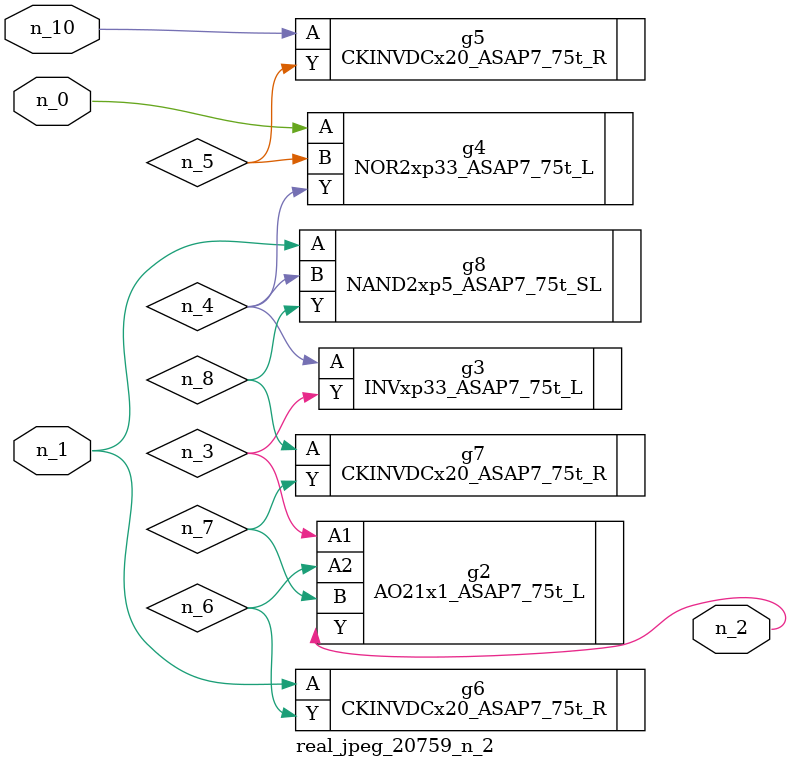
<source format=v>
module real_jpeg_20759_n_2 (n_1, n_10, n_0, n_2);

input n_1;
input n_10;
input n_0;

output n_2;

wire n_5;
wire n_4;
wire n_8;
wire n_6;
wire n_7;
wire n_3;

NOR2xp33_ASAP7_75t_L g4 ( 
.A(n_0),
.B(n_5),
.Y(n_4)
);

CKINVDCx20_ASAP7_75t_R g6 ( 
.A(n_1),
.Y(n_6)
);

NAND2xp5_ASAP7_75t_SL g8 ( 
.A(n_1),
.B(n_4),
.Y(n_8)
);

AO21x1_ASAP7_75t_L g2 ( 
.A1(n_3),
.A2(n_6),
.B(n_7),
.Y(n_2)
);

INVxp33_ASAP7_75t_L g3 ( 
.A(n_4),
.Y(n_3)
);

CKINVDCx20_ASAP7_75t_R g7 ( 
.A(n_8),
.Y(n_7)
);

CKINVDCx20_ASAP7_75t_R g5 ( 
.A(n_10),
.Y(n_5)
);


endmodule
</source>
